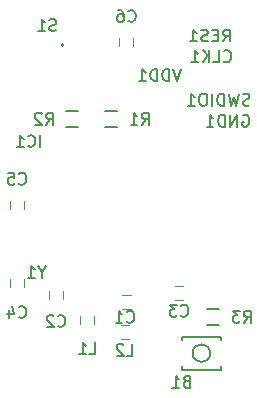
<source format=gbo>
G04 #@! TF.FileFunction,Legend,Bot*
%FSLAX46Y46*%
G04 Gerber Fmt 4.6, Leading zero omitted, Abs format (unit mm)*
G04 Created by KiCad (PCBNEW 4.0.7-e2-6376~61~ubuntu18.04.1) date Mon Jun  4 01:42:22 2018*
%MOMM*%
%LPD*%
G01*
G04 APERTURE LIST*
%ADD10C,0.100000*%
%ADD11C,0.150000*%
%ADD12C,0.120000*%
G04 APERTURE END LIST*
D10*
D11*
X103916000Y-101162000D02*
G75*
G03X103916000Y-101162000I-100000J0D01*
G01*
X116320000Y-127254000D02*
G75*
G03X116320000Y-127254000I-750000J0D01*
G01*
X117220000Y-128354000D02*
X117220000Y-128654000D01*
X117220000Y-128654000D02*
X113920000Y-128654000D01*
X113920000Y-128654000D02*
X113920000Y-128354000D01*
X117220000Y-126154000D02*
X117220000Y-125854000D01*
X117220000Y-125854000D02*
X113920000Y-125854000D01*
X113920000Y-125854000D02*
X113920000Y-126154000D01*
X108450000Y-106767000D02*
X107450000Y-106767000D01*
X107450000Y-108117000D02*
X108450000Y-108117000D01*
X105148000Y-106767000D02*
X104148000Y-106767000D01*
X104148000Y-108117000D02*
X105148000Y-108117000D01*
X117086000Y-123531000D02*
X116086000Y-123531000D01*
X116086000Y-124881000D02*
X117086000Y-124881000D01*
D12*
X109570000Y-122336000D02*
X108870000Y-122336000D01*
X108870000Y-123536000D02*
X109570000Y-123536000D01*
X102651000Y-121951000D02*
X102651000Y-122651000D01*
X103851000Y-122651000D02*
X103851000Y-121951000D01*
X114015000Y-121574000D02*
X113315000Y-121574000D01*
X113315000Y-122774000D02*
X114015000Y-122774000D01*
X100549000Y-121635000D02*
X100549000Y-120935000D01*
X99349000Y-120935000D02*
X99349000Y-121635000D01*
X99349000Y-114331000D02*
X99349000Y-115031000D01*
X100549000Y-115031000D02*
X100549000Y-114331000D01*
X109820000Y-101251500D02*
X109820000Y-100551500D01*
X108620000Y-100551500D02*
X108620000Y-101251500D01*
X105318000Y-124110000D02*
X105318000Y-124810000D01*
X106518000Y-124810000D02*
X106518000Y-124110000D01*
X108743000Y-126076000D02*
X109443000Y-126076000D01*
X109443000Y-124876000D02*
X108743000Y-124876000D01*
D11*
X103276305Y-99921962D02*
X103133448Y-99969581D01*
X102895352Y-99969581D01*
X102800114Y-99921962D01*
X102752495Y-99874343D01*
X102704876Y-99779105D01*
X102704876Y-99683867D01*
X102752495Y-99588629D01*
X102800114Y-99541010D01*
X102895352Y-99493390D01*
X103085829Y-99445771D01*
X103181067Y-99398152D01*
X103228686Y-99350533D01*
X103276305Y-99255295D01*
X103276305Y-99160057D01*
X103228686Y-99064819D01*
X103181067Y-99017200D01*
X103085829Y-98969581D01*
X102847733Y-98969581D01*
X102704876Y-99017200D01*
X101752495Y-99969581D02*
X102323924Y-99969581D01*
X102038210Y-99969581D02*
X102038210Y-98969581D01*
X102133448Y-99112438D01*
X102228686Y-99207676D01*
X102323924Y-99255295D01*
X101941190Y-109799381D02*
X101941190Y-108799381D01*
X100893571Y-109704143D02*
X100941190Y-109751762D01*
X101084047Y-109799381D01*
X101179285Y-109799381D01*
X101322143Y-109751762D01*
X101417381Y-109656524D01*
X101465000Y-109561286D01*
X101512619Y-109370810D01*
X101512619Y-109227952D01*
X101465000Y-109037476D01*
X101417381Y-108942238D01*
X101322143Y-108847000D01*
X101179285Y-108799381D01*
X101084047Y-108799381D01*
X100941190Y-108847000D01*
X100893571Y-108894619D01*
X99941190Y-109799381D02*
X100512619Y-109799381D01*
X100226905Y-109799381D02*
X100226905Y-108799381D01*
X100322143Y-108942238D01*
X100417381Y-109037476D01*
X100512619Y-109085095D01*
X114298361Y-129646371D02*
X114155504Y-129693990D01*
X114107885Y-129741610D01*
X114060266Y-129836848D01*
X114060266Y-129979705D01*
X114107885Y-130074943D01*
X114155504Y-130122562D01*
X114250742Y-130170181D01*
X114631695Y-130170181D01*
X114631695Y-129170181D01*
X114298361Y-129170181D01*
X114203123Y-129217800D01*
X114155504Y-129265419D01*
X114107885Y-129360657D01*
X114107885Y-129455895D01*
X114155504Y-129551133D01*
X114203123Y-129598752D01*
X114298361Y-129646371D01*
X114631695Y-129646371D01*
X113107885Y-130170181D02*
X113679314Y-130170181D01*
X113393600Y-130170181D02*
X113393600Y-129170181D01*
X113488838Y-129313038D01*
X113584076Y-129408276D01*
X113679314Y-129455895D01*
X102076191Y-120372190D02*
X102076191Y-120848381D01*
X102409524Y-119848381D02*
X102076191Y-120372190D01*
X101742857Y-119848381D01*
X100885714Y-120848381D02*
X101457143Y-120848381D01*
X101171429Y-120848381D02*
X101171429Y-119848381D01*
X101266667Y-119991238D01*
X101361905Y-120086476D01*
X101457143Y-120134095D01*
X110529666Y-107894381D02*
X110863000Y-107418190D01*
X111101095Y-107894381D02*
X111101095Y-106894381D01*
X110720142Y-106894381D01*
X110624904Y-106942000D01*
X110577285Y-106989619D01*
X110529666Y-107084857D01*
X110529666Y-107227714D01*
X110577285Y-107322952D01*
X110624904Y-107370571D01*
X110720142Y-107418190D01*
X111101095Y-107418190D01*
X109577285Y-107894381D02*
X110148714Y-107894381D01*
X109863000Y-107894381D02*
X109863000Y-106894381D01*
X109958238Y-107037238D01*
X110053476Y-107132476D01*
X110148714Y-107180095D01*
X102427066Y-107894381D02*
X102760400Y-107418190D01*
X102998495Y-107894381D02*
X102998495Y-106894381D01*
X102617542Y-106894381D01*
X102522304Y-106942000D01*
X102474685Y-106989619D01*
X102427066Y-107084857D01*
X102427066Y-107227714D01*
X102474685Y-107322952D01*
X102522304Y-107370571D01*
X102617542Y-107418190D01*
X102998495Y-107418190D01*
X102046114Y-106989619D02*
X101998495Y-106942000D01*
X101903257Y-106894381D01*
X101665161Y-106894381D01*
X101569923Y-106942000D01*
X101522304Y-106989619D01*
X101474685Y-107084857D01*
X101474685Y-107180095D01*
X101522304Y-107322952D01*
X102093733Y-107894381D01*
X101474685Y-107894381D01*
X119165666Y-124658381D02*
X119499000Y-124182190D01*
X119737095Y-124658381D02*
X119737095Y-123658381D01*
X119356142Y-123658381D01*
X119260904Y-123706000D01*
X119213285Y-123753619D01*
X119165666Y-123848857D01*
X119165666Y-123991714D01*
X119213285Y-124086952D01*
X119260904Y-124134571D01*
X119356142Y-124182190D01*
X119737095Y-124182190D01*
X118832333Y-123658381D02*
X118213285Y-123658381D01*
X118546619Y-124039333D01*
X118403761Y-124039333D01*
X118308523Y-124086952D01*
X118260904Y-124134571D01*
X118213285Y-124229810D01*
X118213285Y-124467905D01*
X118260904Y-124563143D01*
X118308523Y-124610762D01*
X118403761Y-124658381D01*
X118689476Y-124658381D01*
X118784714Y-124610762D01*
X118832333Y-124563143D01*
X117479628Y-102515943D02*
X117527247Y-102563562D01*
X117670104Y-102611181D01*
X117765342Y-102611181D01*
X117908200Y-102563562D01*
X118003438Y-102468324D01*
X118051057Y-102373086D01*
X118098676Y-102182610D01*
X118098676Y-102039752D01*
X118051057Y-101849276D01*
X118003438Y-101754038D01*
X117908200Y-101658800D01*
X117765342Y-101611181D01*
X117670104Y-101611181D01*
X117527247Y-101658800D01*
X117479628Y-101706419D01*
X116574866Y-102611181D02*
X117051057Y-102611181D01*
X117051057Y-101611181D01*
X116241533Y-102611181D02*
X116241533Y-101611181D01*
X115670104Y-102611181D02*
X116098676Y-102039752D01*
X115670104Y-101611181D02*
X116241533Y-102182610D01*
X114717723Y-102611181D02*
X115289152Y-102611181D01*
X115003438Y-102611181D02*
X115003438Y-101611181D01*
X115098676Y-101754038D01*
X115193914Y-101849276D01*
X115289152Y-101896895D01*
X119068695Y-107119800D02*
X119163933Y-107072181D01*
X119306790Y-107072181D01*
X119449648Y-107119800D01*
X119544886Y-107215038D01*
X119592505Y-107310276D01*
X119640124Y-107500752D01*
X119640124Y-107643610D01*
X119592505Y-107834086D01*
X119544886Y-107929324D01*
X119449648Y-108024562D01*
X119306790Y-108072181D01*
X119211552Y-108072181D01*
X119068695Y-108024562D01*
X119021076Y-107976943D01*
X119021076Y-107643610D01*
X119211552Y-107643610D01*
X118592505Y-108072181D02*
X118592505Y-107072181D01*
X118021076Y-108072181D01*
X118021076Y-107072181D01*
X117544886Y-108072181D02*
X117544886Y-107072181D01*
X117306791Y-107072181D01*
X117163933Y-107119800D01*
X117068695Y-107215038D01*
X117021076Y-107310276D01*
X116973457Y-107500752D01*
X116973457Y-107643610D01*
X117021076Y-107834086D01*
X117068695Y-107929324D01*
X117163933Y-108024562D01*
X117306791Y-108072181D01*
X117544886Y-108072181D01*
X116021076Y-108072181D02*
X116592505Y-108072181D01*
X116306791Y-108072181D02*
X116306791Y-107072181D01*
X116402029Y-107215038D01*
X116497267Y-107310276D01*
X116592505Y-107357895D01*
X117401838Y-100858581D02*
X117735172Y-100382390D01*
X117973267Y-100858581D02*
X117973267Y-99858581D01*
X117592314Y-99858581D01*
X117497076Y-99906200D01*
X117449457Y-99953819D01*
X117401838Y-100049057D01*
X117401838Y-100191914D01*
X117449457Y-100287152D01*
X117497076Y-100334771D01*
X117592314Y-100382390D01*
X117973267Y-100382390D01*
X116973267Y-100334771D02*
X116639933Y-100334771D01*
X116497076Y-100858581D02*
X116973267Y-100858581D01*
X116973267Y-99858581D01*
X116497076Y-99858581D01*
X116116124Y-100810962D02*
X115973267Y-100858581D01*
X115735171Y-100858581D01*
X115639933Y-100810962D01*
X115592314Y-100763343D01*
X115544695Y-100668105D01*
X115544695Y-100572867D01*
X115592314Y-100477629D01*
X115639933Y-100430010D01*
X115735171Y-100382390D01*
X115925648Y-100334771D01*
X116020886Y-100287152D01*
X116068505Y-100239533D01*
X116116124Y-100144295D01*
X116116124Y-100049057D01*
X116068505Y-99953819D01*
X116020886Y-99906200D01*
X115925648Y-99858581D01*
X115687552Y-99858581D01*
X115544695Y-99906200D01*
X114592314Y-100858581D02*
X115163743Y-100858581D01*
X114878029Y-100858581D02*
X114878029Y-99858581D01*
X114973267Y-100001438D01*
X115068505Y-100096676D01*
X115163743Y-100144295D01*
X119638438Y-106246562D02*
X119495581Y-106294181D01*
X119257485Y-106294181D01*
X119162247Y-106246562D01*
X119114628Y-106198943D01*
X119067009Y-106103705D01*
X119067009Y-106008467D01*
X119114628Y-105913229D01*
X119162247Y-105865610D01*
X119257485Y-105817990D01*
X119447962Y-105770371D01*
X119543200Y-105722752D01*
X119590819Y-105675133D01*
X119638438Y-105579895D01*
X119638438Y-105484657D01*
X119590819Y-105389419D01*
X119543200Y-105341800D01*
X119447962Y-105294181D01*
X119209866Y-105294181D01*
X119067009Y-105341800D01*
X118733676Y-105294181D02*
X118495581Y-106294181D01*
X118305104Y-105579895D01*
X118114628Y-106294181D01*
X117876533Y-105294181D01*
X117495581Y-106294181D02*
X117495581Y-105294181D01*
X117257486Y-105294181D01*
X117114628Y-105341800D01*
X117019390Y-105437038D01*
X116971771Y-105532276D01*
X116924152Y-105722752D01*
X116924152Y-105865610D01*
X116971771Y-106056086D01*
X117019390Y-106151324D01*
X117114628Y-106246562D01*
X117257486Y-106294181D01*
X117495581Y-106294181D01*
X116495581Y-106294181D02*
X116495581Y-105294181D01*
X115828915Y-105294181D02*
X115638438Y-105294181D01*
X115543200Y-105341800D01*
X115447962Y-105437038D01*
X115400343Y-105627514D01*
X115400343Y-105960848D01*
X115447962Y-106151324D01*
X115543200Y-106246562D01*
X115638438Y-106294181D01*
X115828915Y-106294181D01*
X115924153Y-106246562D01*
X116019391Y-106151324D01*
X116067010Y-105960848D01*
X116067010Y-105627514D01*
X116019391Y-105437038D01*
X115924153Y-105341800D01*
X115828915Y-105294181D01*
X114447962Y-106294181D02*
X115019391Y-106294181D01*
X114733677Y-106294181D02*
X114733677Y-105294181D01*
X114828915Y-105437038D01*
X114924153Y-105532276D01*
X115019391Y-105579895D01*
X113823524Y-103211381D02*
X113490191Y-104211381D01*
X113156857Y-103211381D01*
X112823524Y-104211381D02*
X112823524Y-103211381D01*
X112585429Y-103211381D01*
X112442571Y-103259000D01*
X112347333Y-103354238D01*
X112299714Y-103449476D01*
X112252095Y-103639952D01*
X112252095Y-103782810D01*
X112299714Y-103973286D01*
X112347333Y-104068524D01*
X112442571Y-104163762D01*
X112585429Y-104211381D01*
X112823524Y-104211381D01*
X111823524Y-104211381D02*
X111823524Y-103211381D01*
X111585429Y-103211381D01*
X111442571Y-103259000D01*
X111347333Y-103354238D01*
X111299714Y-103449476D01*
X111252095Y-103639952D01*
X111252095Y-103782810D01*
X111299714Y-103973286D01*
X111347333Y-104068524D01*
X111442571Y-104163762D01*
X111585429Y-104211381D01*
X111823524Y-104211381D01*
X110299714Y-104211381D02*
X110871143Y-104211381D01*
X110585429Y-104211381D02*
X110585429Y-103211381D01*
X110680667Y-103354238D01*
X110775905Y-103449476D01*
X110871143Y-103497095D01*
X109259666Y-124563143D02*
X109307285Y-124610762D01*
X109450142Y-124658381D01*
X109545380Y-124658381D01*
X109688238Y-124610762D01*
X109783476Y-124515524D01*
X109831095Y-124420286D01*
X109878714Y-124229810D01*
X109878714Y-124086952D01*
X109831095Y-123896476D01*
X109783476Y-123801238D01*
X109688238Y-123706000D01*
X109545380Y-123658381D01*
X109450142Y-123658381D01*
X109307285Y-123706000D01*
X109259666Y-123753619D01*
X108307285Y-124658381D02*
X108878714Y-124658381D01*
X108593000Y-124658381D02*
X108593000Y-123658381D01*
X108688238Y-123801238D01*
X108783476Y-123896476D01*
X108878714Y-123944095D01*
X103417666Y-124944143D02*
X103465285Y-124991762D01*
X103608142Y-125039381D01*
X103703380Y-125039381D01*
X103846238Y-124991762D01*
X103941476Y-124896524D01*
X103989095Y-124801286D01*
X104036714Y-124610810D01*
X104036714Y-124467952D01*
X103989095Y-124277476D01*
X103941476Y-124182238D01*
X103846238Y-124087000D01*
X103703380Y-124039381D01*
X103608142Y-124039381D01*
X103465285Y-124087000D01*
X103417666Y-124134619D01*
X103036714Y-124134619D02*
X102989095Y-124087000D01*
X102893857Y-124039381D01*
X102655761Y-124039381D01*
X102560523Y-124087000D01*
X102512904Y-124134619D01*
X102465285Y-124229857D01*
X102465285Y-124325095D01*
X102512904Y-124467952D01*
X103084333Y-125039381D01*
X102465285Y-125039381D01*
X113831666Y-124055143D02*
X113879285Y-124102762D01*
X114022142Y-124150381D01*
X114117380Y-124150381D01*
X114260238Y-124102762D01*
X114355476Y-124007524D01*
X114403095Y-123912286D01*
X114450714Y-123721810D01*
X114450714Y-123578952D01*
X114403095Y-123388476D01*
X114355476Y-123293238D01*
X114260238Y-123198000D01*
X114117380Y-123150381D01*
X114022142Y-123150381D01*
X113879285Y-123198000D01*
X113831666Y-123245619D01*
X113498333Y-123150381D02*
X112879285Y-123150381D01*
X113212619Y-123531333D01*
X113069761Y-123531333D01*
X112974523Y-123578952D01*
X112926904Y-123626571D01*
X112879285Y-123721810D01*
X112879285Y-123959905D01*
X112926904Y-124055143D01*
X112974523Y-124102762D01*
X113069761Y-124150381D01*
X113355476Y-124150381D01*
X113450714Y-124102762D01*
X113498333Y-124055143D01*
X100115666Y-124182143D02*
X100163285Y-124229762D01*
X100306142Y-124277381D01*
X100401380Y-124277381D01*
X100544238Y-124229762D01*
X100639476Y-124134524D01*
X100687095Y-124039286D01*
X100734714Y-123848810D01*
X100734714Y-123705952D01*
X100687095Y-123515476D01*
X100639476Y-123420238D01*
X100544238Y-123325000D01*
X100401380Y-123277381D01*
X100306142Y-123277381D01*
X100163285Y-123325000D01*
X100115666Y-123372619D01*
X99258523Y-123610714D02*
X99258523Y-124277381D01*
X99496619Y-123229762D02*
X99734714Y-123944048D01*
X99115666Y-123944048D01*
X100115666Y-112879143D02*
X100163285Y-112926762D01*
X100306142Y-112974381D01*
X100401380Y-112974381D01*
X100544238Y-112926762D01*
X100639476Y-112831524D01*
X100687095Y-112736286D01*
X100734714Y-112545810D01*
X100734714Y-112402952D01*
X100687095Y-112212476D01*
X100639476Y-112117238D01*
X100544238Y-112022000D01*
X100401380Y-111974381D01*
X100306142Y-111974381D01*
X100163285Y-112022000D01*
X100115666Y-112069619D01*
X99210904Y-111974381D02*
X99687095Y-111974381D01*
X99734714Y-112450571D01*
X99687095Y-112402952D01*
X99591857Y-112355333D01*
X99353761Y-112355333D01*
X99258523Y-112402952D01*
X99210904Y-112450571D01*
X99163285Y-112545810D01*
X99163285Y-112783905D01*
X99210904Y-112879143D01*
X99258523Y-112926762D01*
X99353761Y-112974381D01*
X99591857Y-112974381D01*
X99687095Y-112926762D01*
X99734714Y-112879143D01*
X109386666Y-99099643D02*
X109434285Y-99147262D01*
X109577142Y-99194881D01*
X109672380Y-99194881D01*
X109815238Y-99147262D01*
X109910476Y-99052024D01*
X109958095Y-98956786D01*
X110005714Y-98766310D01*
X110005714Y-98623452D01*
X109958095Y-98432976D01*
X109910476Y-98337738D01*
X109815238Y-98242500D01*
X109672380Y-98194881D01*
X109577142Y-98194881D01*
X109434285Y-98242500D01*
X109386666Y-98290119D01*
X108529523Y-98194881D02*
X108720000Y-98194881D01*
X108815238Y-98242500D01*
X108862857Y-98290119D01*
X108958095Y-98432976D01*
X109005714Y-98623452D01*
X109005714Y-99004405D01*
X108958095Y-99099643D01*
X108910476Y-99147262D01*
X108815238Y-99194881D01*
X108624761Y-99194881D01*
X108529523Y-99147262D01*
X108481904Y-99099643D01*
X108434285Y-99004405D01*
X108434285Y-98766310D01*
X108481904Y-98671071D01*
X108529523Y-98623452D01*
X108624761Y-98575833D01*
X108815238Y-98575833D01*
X108910476Y-98623452D01*
X108958095Y-98671071D01*
X109005714Y-98766310D01*
X106084666Y-127325381D02*
X106560857Y-127325381D01*
X106560857Y-126325381D01*
X105227523Y-127325381D02*
X105798952Y-127325381D01*
X105513238Y-127325381D02*
X105513238Y-126325381D01*
X105608476Y-126468238D01*
X105703714Y-126563476D01*
X105798952Y-126611095D01*
X109259666Y-127452381D02*
X109735857Y-127452381D01*
X109735857Y-126452381D01*
X108973952Y-126547619D02*
X108926333Y-126500000D01*
X108831095Y-126452381D01*
X108592999Y-126452381D01*
X108497761Y-126500000D01*
X108450142Y-126547619D01*
X108402523Y-126642857D01*
X108402523Y-126738095D01*
X108450142Y-126880952D01*
X109021571Y-127452381D01*
X108402523Y-127452381D01*
M02*

</source>
